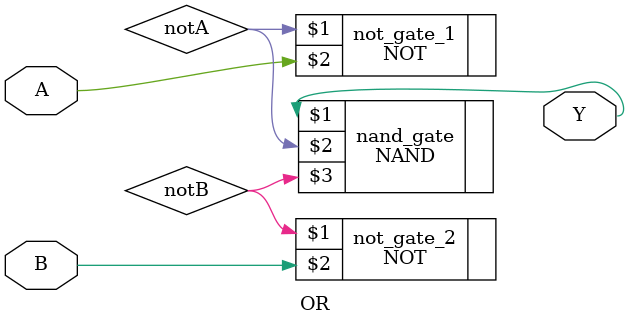
<source format=v>
`include "not.v"

module OR (
    output Y,
    input A, B
);

    wire notA, notB;
    NOT not_gate_1(notA, A);
    NOT not_gate_2(notB, B);
    NAND nand_gate(Y, notA, notB);

endmodule
</source>
